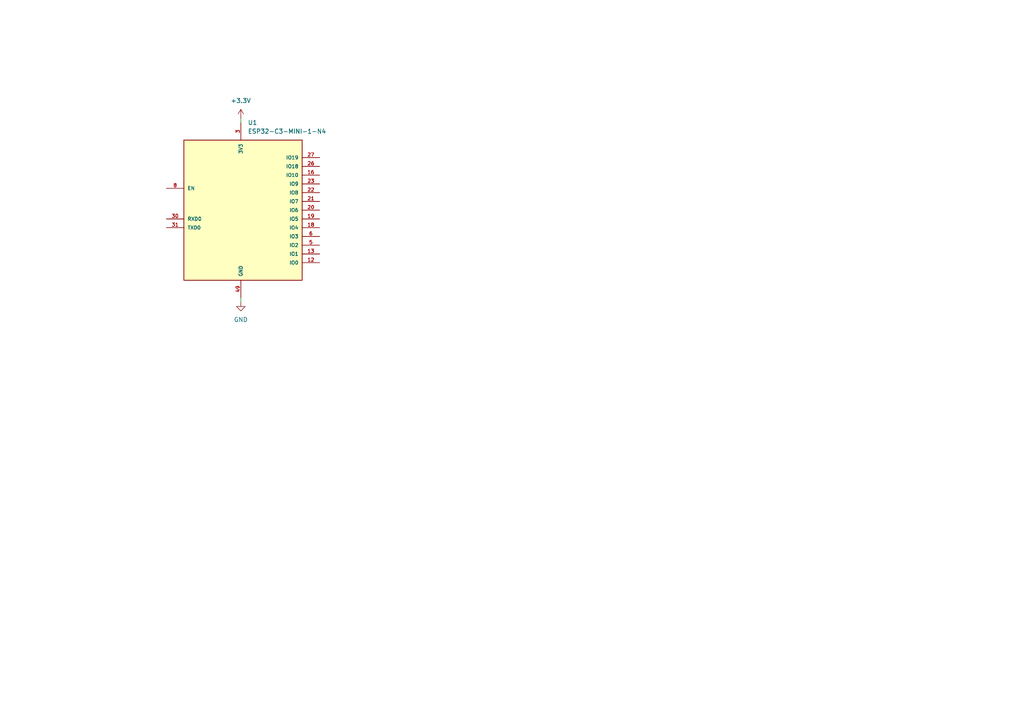
<source format=kicad_sch>
(kicad_sch (version 20231120) (generator "eeschema") (generator_version "8.0")
  (paper "A4")
  (lib_symbols
    (symbol "ESP32-C3-MINI-1-N4:ESP32-C3-MINI-1-N4" (pin_names (offset 1.016))
      (property "Reference" "U" (at -16.51 18.034 0))
      (property "Value" "ESP32-C3-MINI-1-N4" (at 3.302 18.288 0))
      (symbol "ESP32-C3-MINI-1-N4_0_0"
        (rectangle (start -16.51 17.78) (end 17.78 -22.86) (stroke (width 0.254)) (fill (type background)))
        (pin bidirectional line (at 22.86 -17.78 180) (length 5.08) (name "IO0") (number "12"))
        (pin bidirectional line (at 22.86 -15.24 180) (length 5.08) (name "IO1") (number "13"))
        (pin bidirectional line (at 22.86 7.62 180) (length 5.08) (name "IO10") (number "16"))
        (pin bidirectional line (at 22.86 -7.62 180) (length 5.08) (name "IO4") (number "18"))
        (pin bidirectional line (at 22.86 -5.08 180) (length 5.08) (name "IO5") (number "19"))
        (pin bidirectional line (at 22.86 -2.54 180) (length 5.08) (name "IO6") (number "20"))
        (pin bidirectional line (at 22.86 0 180) (length 5.08) (name "IO7") (number "21"))
        (pin bidirectional line (at 22.86 2.54 180) (length 5.08) (name "IO8") (number "22"))
        (pin bidirectional line (at 22.86 5.08 180) (length 5.08) (name "IO9") (number "23"))
        (pin bidirectional line (at 22.86 10.16 180) (length 5.08) (name "IO18") (number "26"))
        (pin bidirectional line (at 22.86 12.7 180) (length 5.08) (name "IO19") (number "27"))
        (pin power_in line (at 0 22.86 270) (length 5.08) (name "3V3") (number "3"))
        (pin bidirectional line (at -21.59 -5.08 0) (length 5.08) (name "RXD0") (number "30"))
        (pin bidirectional line (at -21.59 -7.62 0) (length 5.08) (name "TXD0") (number "31"))
        (pin bidirectional line (at 22.86 -12.7 180) (length 5.08) (name "IO2") (number "5"))
        (pin bidirectional line (at 22.86 -10.16 180) (length 5.08) (name "IO3") (number "6"))
        (pin input line (at -21.59 3.81 0) (length 5.08) (name "EN") (number "8"))
      )
      (symbol "ESP32-C3-MINI-1-N4_1_0"
        (pin power_in line (at 0 -27.94 90) (length 5.08) (name "GND") (number "49"))
      )
    )
    (symbol "power:+3.3V" (power) (pin_numbers hide) (pin_names (offset 0) hide)
      (property "Value" "+3.3V" (at 0 3.556 0))
      (symbol "+3.3V_0_1"
        (polyline (pts (xy -0.762 1.27) (xy 0 2.54)))
        (polyline (pts (xy 0 0) (xy 0 2.54)))
        (polyline (pts (xy 0 2.54) (xy 0.762 1.27)))
      )
      (symbol "+3.3V_1_1"
        (pin power_in line (at 0 0 90) (length 0) (name "~") (number "1"))
      )
    )
    (symbol "power:GND" (power) (pin_numbers hide) (pin_names (offset 0) hide)
      (property "Value" "GND" (at 0 -3.81 0))
      (symbol "GND_0_1"
        (polyline (pts (xy 0 0) (xy 0 -1.27) (xy 1.27 -1.27) (xy 0 -2.54) (xy -1.27 -1.27) (xy 0 -1.27)))
      )
      (symbol "GND_1_1"
        (pin power_in line (at 0 0 270) (length 0) (name "~") (number "1"))
      )
    )
  )
  (wire (pts (xy 69.85 86.36) (xy 69.85 87.63)))
  (wire (pts (xy 69.85 34.29) (xy 69.85 35.56)))
  (symbol (lib_id "power:GND") (at 69.85 87.63 0) (unit 1)
    (property "Reference" "#PWR01" (effects (hide yes)))
    (property "Value" "GND" (at 69.85 92.71 0))
    (property "Description" "Power symbol creates a global label with name \"GND\" , ground" (effects (hide yes)))
  )
  (symbol (lib_id "power:+3.3V") (at 69.85 34.29 0) (unit 1)
    (property "Reference" "#PWR06" (effects (hide yes)))
    (property "Value" "+3.3V" (at 69.85 29.21 0))
    (property "Description" "Power symbol creates a global label with name \"+3.3V\"" (effects (hide yes)))
  )
  (symbol (lib_id "ESP32-C3-MINI-1-N4:ESP32-C3-MINI-1-N4") (at 69.85 58.42 0) (unit 1)
    (property "Reference" "U1" (at 71.8694 35.56 0) (effects (justify left)))
    (property "Value" "ESP32-C3-MINI-1-N4" (at 71.8694 38.1 0) (effects (justify left)))
    (property "Footprint" "ESP32-C3-MINI-1-N4:XCVR_ESP32-C3-MINI-1-N4" (effects (hide yes)))
    (property "PARTREV" "v1.0" (effects (hide yes)))
    (property "STANDARD" "Manufacturer Recommendations" (effects (hide yes)))
    (property "MAXIMUM_PACKAGE_HEIGHT" "2.55mm" (effects (hide yes)))
    (property "MANUFACTURER" "Espressif Systems" (effects (hide yes)))
  )
)
</source>
